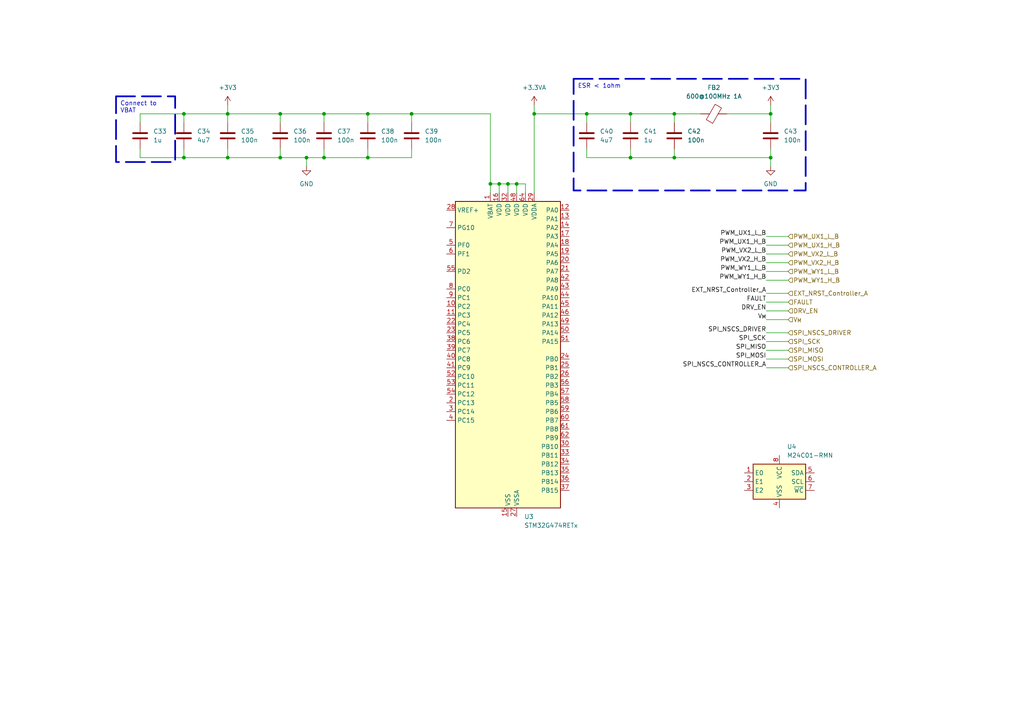
<source format=kicad_sch>
(kicad_sch (version 20231120) (generator "eeschema") (generator_version "8.0")
  (paper "A4")
  (title_block (title "HyperDrive Motor Controller") (rev "Mk. 1") (company "University of Alberta EcoCar Team"))
  (lib_symbols
    (symbol "Device:C" (pin_numbers hide) (pin_names (offset 0.254))
      (property "Reference" "C" (at 0.635 2.54 0))
      (property "Value" "C" (at 0.635 -2.54 0))
      (symbol "C_0_1"
        (polyline (pts (xy -2.032 -0.762) (xy 2.032 -0.762)) (stroke (width 0.508)))
        (polyline (pts (xy -2.032 0.762) (xy 2.032 0.762)) (stroke (width 0.508)))
      )
      (symbol "C_1_1"
        (pin passive line (at 0 3.81 270) (length 2.794) (name "~") (number "1"))
        (pin passive line (at 0 -3.81 90) (length 2.794) (name "~") (number "2"))
      )
    )
    (symbol "Device:FerriteBead" (pin_numbers hide) (pin_names (offset 0))
      (property "Reference" "FB" (at -3.81 0.635 90))
      (property "Value" "FerriteBead" (at 3.81 0 90))
      (symbol "FerriteBead_0_1"
        (polyline (pts (xy 0 -1.27) (xy 0 -1.2192)))
        (polyline (pts (xy 0 1.27) (xy 0 1.2954)))
        (polyline (pts (xy -2.7686 0.4064) (xy -1.7018 2.2606) (xy 2.7686 -0.3048) (xy 1.6764 -2.159) (xy -2.7686 0.4064)))
      )
      (symbol "FerriteBead_1_1"
        (pin passive line (at 0 3.81 270) (length 2.54) (name "~") (number "1"))
        (pin passive line (at 0 -3.81 90) (length 2.54) (name "~") (number "2"))
      )
    )
    (symbol "MCU_ST_STM32G4:STM32G474RETx"
      (property "Reference" "U" (at -15.24 46.99 0))
      (property "Value" "STM32G474RETx" (at 10.16 46.99 0))
      (symbol "STM32G474RETx_0_1"
        (rectangle (start -15.24 -43.18) (end 15.24 45.72) (stroke (width 0.254)) (fill (type background)))
      )
      (symbol "STM32G474RETx_1_1"
        (pin power_in line (at -5.08 48.26 270) (length 2.54) (name "VBAT") (number "1"))
        (pin bidirectional line (at -17.78 15.24 0) (length 2.54) (name "PC2") (number "10"))
        (pin bidirectional line (at -17.78 12.7 0) (length 2.54) (name "PC3") (number "11"))
        (pin bidirectional line (at 17.78 43.18 180) (length 2.54) (name "PA0") (number "12"))
        (pin bidirectional line (at 17.78 40.64 180) (length 2.54) (name "PA1") (number "13"))
        (pin bidirectional line (at 17.78 38.1 180) (length 2.54) (name "PA2") (number "14"))
        (pin power_in line (at 0 -45.72 90) (length 2.54) (name "VSS") (number "15"))
        (pin power_in line (at -2.54 48.26 270) (length 2.54) (name "VDD") (number "16"))
        (pin bidirectional line (at 17.78 35.56 180) (length 2.54) (name "PA3") (number "17"))
        (pin bidirectional line (at 17.78 33.02 180) (length 2.54) (name "PA4") (number "18"))
        (pin bidirectional line (at 17.78 30.48 180) (length 2.54) (name "PA5") (number "19"))
        (pin bidirectional line (at -17.78 -12.7 0) (length 2.54) (name "PC13") (number "2"))
        (pin bidirectional line (at 17.78 27.94 180) (length 2.54) (name "PA6") (number "20"))
        (pin bidirectional line (at 17.78 25.4 180) (length 2.54) (name "PA7") (number "21"))
        (pin bidirectional line (at -17.78 10.16 0) (length 2.54) (name "PC4") (number "22"))
        (pin bidirectional line (at -17.78 7.62 0) (length 2.54) (name "PC5") (number "23"))
        (pin bidirectional line (at 17.78 0 180) (length 2.54) (name "PB0") (number "24"))
        (pin bidirectional line (at 17.78 -2.54 180) (length 2.54) (name "PB1") (number "25"))
        (pin bidirectional line (at 17.78 -5.08 180) (length 2.54) (name "PB2") (number "26"))
        (pin power_in line (at 2.54 -45.72 90) (length 2.54) (name "VSSA") (number "27"))
        (pin input line (at -17.78 43.18 0) (length 2.54) (name "VREF+") (number "28"))
        (pin power_in line (at 7.62 48.26 270) (length 2.54) (name "VDDA") (number "29"))
        (pin bidirectional line (at -17.78 -15.24 0) (length 2.54) (name "PC14") (number "3"))
        (pin bidirectional line (at 17.78 -25.4 180) (length 2.54) (name "PB10") (number "30"))
        (pin passive line (at 0 -45.72 90) (length 2.54) hide (name "VSS") (number "31"))
        (pin power_in line (at 0 48.26 270) (length 2.54) (name "VDD") (number "32"))
        (pin bidirectional line (at 17.78 -27.94 180) (length 2.54) (name "PB11") (number "33"))
        (pin bidirectional line (at 17.78 -30.48 180) (length 2.54) (name "PB12") (number "34"))
        (pin bidirectional line (at 17.78 -33.02 180) (length 2.54) (name "PB13") (number "35"))
        (pin bidirectional line (at 17.78 -35.56 180) (length 2.54) (name "PB14") (number "36"))
        (pin bidirectional line (at 17.78 -38.1 180) (length 2.54) (name "PB15") (number "37"))
        (pin bidirectional line (at -17.78 5.08 0) (length 2.54) (name "PC6") (number "38"))
        (pin bidirectional line (at -17.78 2.54 0) (length 2.54) (name "PC7") (number "39"))
        (pin bidirectional line (at -17.78 -17.78 0) (length 2.54) (name "PC15") (number "4"))
        (pin bidirectional line (at -17.78 0 0) (length 2.54) (name "PC8") (number "40"))
        (pin bidirectional line (at -17.78 -2.54 0) (length 2.54) (name "PC9") (number "41"))
        (pin bidirectional line (at 17.78 22.86 180) (length 2.54) (name "PA8") (number "42"))
        (pin bidirectional line (at 17.78 20.32 180) (length 2.54) (name "PA9") (number "43"))
        (pin bidirectional line (at 17.78 17.78 180) (length 2.54) (name "PA10") (number "44"))
        (pin bidirectional line (at 17.78 15.24 180) (length 2.54) (name "PA11") (number "45"))
        (pin bidirectional line (at 17.78 12.7 180) (length 2.54) (name "PA12") (number "46"))
        (pin passive line (at 0 -45.72 90) (length 2.54) hide (name "VSS") (number "47"))
        (pin power_in line (at 2.54 48.26 270) (length 2.54) (name "VDD") (number "48"))
        (pin bidirectional line (at 17.78 10.16 180) (length 2.54) (name "PA13") (number "49"))
        (pin bidirectional line (at -17.78 33.02 0) (length 2.54) (name "PF0") (number "5"))
        (pin bidirectional line (at 17.78 7.62 180) (length 2.54) (name "PA14") (number "50"))
        (pin bidirectional line (at 17.78 5.08 180) (length 2.54) (name "PA15") (number "51"))
        (pin bidirectional line (at -17.78 -5.08 0) (length 2.54) (name "PC10") (number "52"))
        (pin bidirectional line (at -17.78 -7.62 0) (length 2.54) (name "PC11") (number "53"))
        (pin bidirectional line (at -17.78 -10.16 0) (length 2.54) (name "PC12") (number "54"))
        (pin bidirectional line (at -17.78 25.4 0) (length 2.54) (name "PD2") (number "55"))
        (pin bidirectional line (at 17.78 -7.62 180) (length 2.54) (name "PB3") (number "56"))
        (pin bidirectional line (at 17.78 -10.16 180) (length 2.54) (name "PB4") (number "57"))
        (pin bidirectional line (at 17.78 -12.7 180) (length 2.54) (name "PB5") (number "58"))
        (pin bidirectional line (at 17.78 -15.24 180) (length 2.54) (name "PB6") (number "59"))
        (pin bidirectional line (at -17.78 30.48 0) (length 2.54) (name "PF1") (number "6"))
        (pin bidirectional line (at 17.78 -17.78 180) (length 2.54) (name "PB7") (number "60"))
        (pin bidirectional line (at 17.78 -20.32 180) (length 2.54) (name "PB8") (number "61"))
        (pin bidirectional line (at 17.78 -22.86 180) (length 2.54) (name "PB9") (number "62"))
        (pin passive line (at 0 -45.72 90) (length 2.54) hide (name "VSS") (number "63"))
        (pin power_in line (at 5.08 48.26 270) (length 2.54) (name "VDD") (number "64"))
        (pin bidirectional line (at -17.78 38.1 0) (length 2.54) (name "PG10") (number "7"))
        (pin bidirectional line (at -17.78 20.32 0) (length 2.54) (name "PC0") (number "8"))
        (pin bidirectional line (at -17.78 17.78 0) (length 2.54) (name "PC1") (number "9"))
      )
    )
    (symbol "Memory_EEPROM:M24C01-RMN"
      (property "Reference" "U" (at -6.35 6.35 0))
      (property "Value" "M24C01-RMN" (at 7.62 6.35 0))
      (symbol "M24C01-RMN_0_1"
        (rectangle (start -7.62 5.08) (end 7.62 -5.08) (stroke (width 0.254)) (fill (type background)))
      )
      (symbol "M24C01-RMN_1_1"
        (pin input line (at -10.16 2.54 0) (length 2.54) (name "E0") (number "1"))
        (pin input line (at -10.16 0 0) (length 2.54) (name "E1") (number "2"))
        (pin input line (at -10.16 -2.54 0) (length 2.54) (name "E2") (number "3"))
        (pin power_in line (at 0 -7.62 90) (length 2.54) (name "VSS") (number "4"))
        (pin bidirectional line (at 10.16 2.54 180) (length 2.54) (name "SDA") (number "5"))
        (pin input line (at 10.16 0 180) (length 2.54) (name "SCL") (number "6"))
        (pin input line (at 10.16 -2.54 180) (length 2.54) (name "~{WC}") (number "7"))
        (pin power_in line (at 0 7.62 270) (length 2.54) (name "VCC") (number "8"))
      )
    )
    (symbol "power:+3.3VA" (power) (pin_numbers hide) (pin_names (offset 0) hide)
      (property "Value" "+3.3VA" (at 0 3.556 0))
      (symbol "+3.3VA_0_1"
        (polyline (pts (xy -0.762 1.27) (xy 0 2.54)))
        (polyline (pts (xy 0 0) (xy 0 2.54)))
        (polyline (pts (xy 0 2.54) (xy 0.762 1.27)))
      )
      (symbol "+3.3VA_1_1"
        (pin power_in line (at 0 0 90) (length 0) (name "~") (number "1"))
      )
    )
    (symbol "power:+3V3" (power) (pin_numbers hide) (pin_names (offset 0) hide)
      (property "Value" "+3V3" (at 0 3.556 0))
      (symbol "+3V3_0_1"
        (polyline (pts (xy -0.762 1.27) (xy 0 2.54)))
        (polyline (pts (xy 0 0) (xy 0 2.54)))
        (polyline (pts (xy 0 2.54) (xy 0.762 1.27)))
      )
      (symbol "+3V3_1_1"
        (pin power_in line (at 0 0 90) (length 0) (name "~") (number "1"))
      )
    )
    (symbol "power:GND" (power) (pin_numbers hide) (pin_names (offset 0) hide)
      (property "Value" "GND" (at 0 -3.81 0))
      (symbol "GND_0_1"
        (polyline (pts (xy 0 0) (xy 0 -1.27) (xy 1.27 -1.27) (xy 0 -2.54) (xy -1.27 -1.27) (xy 0 -1.27)))
      )
      (symbol "GND_1_1"
        (pin power_in line (at 0 0 270) (length 0) (name "~") (number "1"))
      )
    )
  )
  (junction (at 106.68 45.72))
  (junction (at 93.98 33.02))
  (junction (at 81.28 45.72))
  (junction (at 147.32 53.34))
  (junction (at 106.68 33.02))
  (junction (at 154.94 33.02))
  (junction (at 66.04 33.02))
  (junction (at 195.58 45.72))
  (junction (at 170.18 33.02))
  (junction (at 53.34 33.02))
  (junction (at 93.98 45.72))
  (junction (at 53.34 45.72))
  (junction (at 142.24 53.34))
  (junction (at 195.58 33.02))
  (junction (at 223.52 33.02))
  (junction (at 144.78 53.34))
  (junction (at 223.52 45.72))
  (junction (at 182.88 33.02))
  (junction (at 66.04 45.72))
  (junction (at 119.38 33.02))
  (junction (at 81.28 33.02))
  (junction (at 149.86 53.34))
  (junction (at 88.9 45.72))
  (junction (at 182.88 45.72))
  (wire (pts (xy 53.34 45.72) (xy 66.04 45.72)))
  (wire (pts (xy 195.58 43.18) (xy 195.58 45.72)))
  (wire (pts (xy 222.25 104.14) (xy 228.6 104.14)))
  (wire (pts (xy 53.34 35.56) (xy 53.34 33.02)))
  (wire (pts (xy 222.25 81.28) (xy 228.6 81.28)))
  (wire (pts (xy 88.9 45.72) (xy 93.98 45.72)))
  (wire (pts (xy 195.58 33.02) (xy 203.2 33.02)))
  (wire (pts (xy 170.18 33.02) (xy 154.94 33.02)))
  (wire (pts (xy 222.25 73.66) (xy 228.6 73.66)))
  (wire (pts (xy 182.88 33.02) (xy 182.88 35.56)))
  (wire (pts (xy 147.32 53.34) (xy 147.32 55.88)))
  (wire (pts (xy 40.64 43.18) (xy 40.64 45.72)))
  (wire (pts (xy 223.52 33.02) (xy 210.82 33.02)))
  (wire (pts (xy 119.38 33.02) (xy 119.38 35.56)))
  (wire (pts (xy 222.25 106.68) (xy 228.6 106.68)))
  (wire (pts (xy 106.68 43.18) (xy 106.68 45.72)))
  (wire (pts (xy 182.88 43.18) (xy 182.88 45.72)))
  (wire (pts (xy 154.94 30.48) (xy 154.94 33.02)))
  (wire (pts (xy 149.86 53.34) (xy 152.4 53.34)))
  (wire (pts (xy 66.04 30.48) (xy 66.04 33.02)))
  (wire (pts (xy 144.78 53.34) (xy 144.78 55.88)))
  (wire (pts (xy 149.86 53.34) (xy 149.86 55.88)))
  (wire (pts (xy 66.04 45.72) (xy 81.28 45.72)))
  (wire (pts (xy 222.25 71.12) (xy 228.6 71.12)))
  (wire (pts (xy 40.64 45.72) (xy 53.34 45.72)))
  (wire (pts (xy 88.9 45.72) (xy 88.9 48.26)))
  (wire (pts (xy 147.32 53.34) (xy 149.86 53.34)))
  (wire (pts (xy 222.25 96.52) (xy 228.6 96.52)))
  (wire (pts (xy 142.24 53.34) (xy 144.78 53.34)))
  (wire (pts (xy 66.04 43.18) (xy 66.04 45.72)))
  (wire (pts (xy 222.25 99.06) (xy 228.6 99.06)))
  (wire (pts (xy 106.68 33.02) (xy 106.68 35.56)))
  (wire (pts (xy 170.18 45.72) (xy 182.88 45.72)))
  (wire (pts (xy 142.24 53.34) (xy 142.24 55.88)))
  (wire (pts (xy 93.98 43.18) (xy 93.98 45.72)))
  (wire (pts (xy 170.18 35.56) (xy 170.18 33.02)))
  (wire (pts (xy 93.98 45.72) (xy 106.68 45.72)))
  (wire (pts (xy 40.64 33.02) (xy 53.34 33.02)))
  (wire (pts (xy 106.68 45.72) (xy 119.38 45.72)))
  (wire (pts (xy 223.52 30.48) (xy 223.52 33.02)))
  (wire (pts (xy 223.52 35.56) (xy 223.52 33.02)))
  (wire (pts (xy 182.88 33.02) (xy 195.58 33.02)))
  (wire (pts (xy 40.64 35.56) (xy 40.64 33.02)))
  (wire (pts (xy 222.25 85.09) (xy 228.6 85.09)))
  (wire (pts (xy 144.78 53.34) (xy 147.32 53.34)))
  (wire (pts (xy 81.28 33.02) (xy 93.98 33.02)))
  (wire (pts (xy 106.68 33.02) (xy 119.38 33.02)))
  (wire (pts (xy 93.98 33.02) (xy 106.68 33.02)))
  (wire (pts (xy 222.25 76.2) (xy 228.6 76.2)))
  (wire (pts (xy 223.52 43.18) (xy 223.52 45.72)))
  (wire (pts (xy 195.58 33.02) (xy 195.58 35.56)))
  (wire (pts (xy 154.94 33.02) (xy 154.94 55.88)))
  (wire (pts (xy 223.52 48.26) (xy 223.52 45.72)))
  (wire (pts (xy 81.28 35.56) (xy 81.28 33.02)))
  (wire (pts (xy 142.24 33.02) (xy 142.24 53.34)))
  (wire (pts (xy 119.38 33.02) (xy 142.24 33.02)))
  (wire (pts (xy 222.25 101.6) (xy 228.6 101.6)))
  (wire (pts (xy 66.04 33.02) (xy 66.04 35.56)))
  (wire (pts (xy 119.38 45.72) (xy 119.38 43.18)))
  (wire (pts (xy 81.28 45.72) (xy 88.9 45.72)))
  (wire (pts (xy 182.88 45.72) (xy 195.58 45.72)))
  (wire (pts (xy 53.34 43.18) (xy 53.34 45.72)))
  (wire (pts (xy 53.34 33.02) (xy 66.04 33.02)))
  (wire (pts (xy 81.28 43.18) (xy 81.28 45.72)))
  (wire (pts (xy 93.98 33.02) (xy 93.98 35.56)))
  (wire (pts (xy 170.18 33.02) (xy 182.88 33.02)))
  (wire (pts (xy 195.58 45.72) (xy 223.52 45.72)))
  (wire (pts (xy 66.04 33.02) (xy 81.28 33.02)))
  (wire (pts (xy 222.25 68.58) (xy 228.6 68.58)))
  (wire (pts (xy 222.25 87.63) (xy 228.6 87.63)))
  (wire (pts (xy 222.25 78.74) (xy 228.6 78.74)))
  (wire (pts (xy 170.18 43.18) (xy 170.18 45.72)))
  (wire (pts (xy 152.4 53.34) (xy 152.4 55.88)))
  (wire (pts (xy 222.25 92.71) (xy 228.6 92.71)))
  (wire (pts (xy 222.25 90.17) (xy 228.6 90.17)))
  (text_box "Connect to VBAT" (at 33.655 27.94 0) (size 17.145 19.05) (stroke (width 0.5) (type dash)) (effects (font (size 1.27 1.27)) (justify left top)))
  (text_box "ESR < 1ohm" (at 166.37 22.86 0) (size 67.31 32.385) (stroke (width 0.5) (type dash)) (effects (font (size 1.27 1.27)) (justify left top)))
  (label "FAULT" (at 222.25 87.63 180))
  (label "EXT_NRST_Controller_A" (at 222.25 85.09 180))
  (label "PWM_VX2_L_B" (at 222.25 73.66 180))
  (label "SPI_NSCS_CONTROLLER_A" (at 222.25 106.68 180))
  (label "SPI_MOSI" (at 222.25 104.14 180))
  (label "PWM_UX1_H_B" (at 222.25 71.12 180))
  (label "SPI_SCK" (at 222.25 99.06 180))
  (label "DRV_EN" (at 222.25 90.17 180))
  (label "SPI_MISO" (at 222.25 101.6 180))
  (label "PWM_VX2_H_B" (at 222.25 76.2 180))
  (label "PWM_WY1_L_B" (at 222.25 78.74 180))
  (label "SPI_NSCS_DRIVER" (at 222.25 96.52 180))
  (label "V_{M}" (at 222.25 92.71 180))
  (label "PWM_WY1_H_B" (at 222.25 81.28 180))
  (label "PWM_UX1_L_B" (at 222.25 68.58 180))
  (hierarchical_label "EXT_NRST_Controller_A" (shape input) (at 228.6 85.09 0))
  (hierarchical_label "PWM_VX2_H_B" (shape input) (at 228.6 76.2 0))
  (hierarchical_label "SPI_NSCS_CONTROLLER_A" (shape input) (at 228.6 106.68 0))
  (hierarchical_label "FAULT" (shape input) (at 228.6 87.63 0))
  (hierarchical_label "DRV_EN" (shape input) (at 228.6 90.17 0))
  (hierarchical_label "PWM_WY1_L_B" (shape input) (at 228.6 78.74 0))
  (hierarchical_label "PWM_UX1_L_B" (shape input) (at 228.6 68.58 0))
  (hierarchical_label "SPI_SCK" (shape input) (at 228.6 99.06 0))
  (hierarchical_label "PWM_VX2_L_B" (shape input) (at 228.6 73.66 0))
  (hierarchical_label "PWM_WY1_H_B" (shape input) (at 228.6 81.28 0))
  (hierarchical_label "SPI_MISO" (shape input) (at 228.6 101.6 0))
  (hierarchical_label "SPI_NSCS_DRIVER" (shape input) (at 228.6 96.52 0))
  (hierarchical_label "V_{M}" (shape input) (at 228.6 92.71 0))
  (hierarchical_label "SPI_MOSI" (shape input) (at 228.6 104.14 0))
  (hierarchical_label "PWM_UX1_H_B" (shape input) (at 228.6 71.12 0))
  (symbol (lib_id "power:GND") (at 223.52 48.26 0) (unit 1)
    (property "Reference" "#PWR052" (effects (hide yes)))
    (property "Value" "GND" (at 223.52 53.34 0))
    (property "Description" "Power symbol creates a global label with name \"GND\" , ground" (effects (hide yes)))
  )
  (symbol (lib_id "Device:C") (at 66.04 39.37 0) (unit 1)
    (property "Reference" "C35" (at 69.85 38.0999 0) (effects (justify left)))
    (property "Value" "100n" (at 69.85 40.6399 0) (effects (justify left)))
    (property "Description" "Unpolarized capacitor" (effects (hide yes)))
  )
  (symbol (lib_id "Device:C") (at 223.52 39.37 0) (unit 1)
    (property "Reference" "C43" (at 227.33 38.0999 0) (effects (justify left)))
    (property "Value" "100n" (at 227.33 40.6399 0) (effects (justify left)))
    (property "Description" "Unpolarized capacitor" (effects (hide yes)))
  )
  (symbol (lib_id "Device:C") (at 81.28 39.37 0) (unit 1)
    (property "Reference" "C36" (at 85.09 38.0999 0) (effects (justify left)))
    (property "Value" "100n" (at 85.09 40.6399 0) (effects (justify left)))
    (property "Description" "Unpolarized capacitor" (effects (hide yes)))
  )
  (symbol (lib_id "Device:C") (at 40.64 39.37 0) (unit 1)
    (property "Reference" "C33" (at 44.45 38.0999 0) (effects (justify left)))
    (property "Value" "1u" (at 44.45 40.6399 0) (effects (justify left)))
    (property "Description" "Unpolarized capacitor" (effects (hide yes)))
  )
  (symbol (lib_id "power:GND") (at 88.9 48.26 0) (unit 1)
    (property "Reference" "#PWR049" (effects (hide yes)))
    (property "Value" "GND" (at 88.9 53.34 0))
    (property "Description" "Power symbol creates a global label with name \"GND\" , ground" (effects (hide yes)))
  )
  (symbol (lib_id "Device:C") (at 106.68 39.37 0) (unit 1)
    (property "Reference" "C38" (at 110.49 38.0999 0) (effects (justify left)))
    (property "Value" "100n" (at 110.49 40.6399 0) (effects (justify left)))
    (property "Description" "Unpolarized capacitor" (effects (hide yes)))
  )
  (symbol (lib_id "Device:C") (at 195.58 39.37 0) (unit 1)
    (property "Reference" "C42" (at 199.39 38.0999 0) (effects (justify left)))
    (property "Value" "100n" (at 199.39 40.6399 0) (effects (justify left)))
    (property "Description" "Unpolarized capacitor" (effects (hide yes)))
  )
  (symbol (lib_id "Device:C") (at 182.88 39.37 0) (unit 1)
    (property "Reference" "C41" (at 186.69 38.0999 0) (effects (justify left)))
    (property "Value" "1u" (at 186.69 40.6399 0) (effects (justify left)))
    (property "Description" "Unpolarized capacitor" (effects (hide yes)))
  )
  (symbol (lib_id "Device:C") (at 119.38 39.37 0) (unit 1)
    (property "Reference" "C39" (at 123.19 38.0999 0) (effects (justify left)))
    (property "Value" "100n" (at 123.19 40.6399 0) (effects (justify left)))
    (property "Description" "Unpolarized capacitor" (effects (hide yes)))
  )
  (symbol (lib_id "Device:C") (at 93.98 39.37 0) (unit 1)
    (property "Reference" "C37" (at 97.79 38.0999 0) (effects (justify left)))
    (property "Value" "100n" (at 97.79 40.6399 0) (effects (justify left)))
    (property "Description" "Unpolarized capacitor" (effects (hide yes)))
  )
  (symbol (lib_id "Device:C") (at 53.34 39.37 0) (unit 1)
    (property "Reference" "C34" (at 57.15 38.0999 0) (effects (justify left)))
    (property "Value" "4u7" (at 57.15 40.6399 0) (effects (justify left)))
    (property "Description" "Unpolarized capacitor" (effects (hide yes)))
  )
  (symbol (lib_id "power:+3.3VA") (at 154.94 30.48 0) (unit 1)
    (property "Reference" "#PWR050" (effects (hide yes)))
    (property "Value" "+3.3VA" (at 154.94 25.4 0))
    (property "Description" "Power symbol creates a global label with name \"+3.3VA\"" (effects (hide yes)))
  )
  (symbol (lib_id "MCU_ST_STM32G4:STM32G474RETx") (at 147.32 104.14 0) (unit 1)
    (property "Reference" "U3" (at 152.0541 149.86 0) (effects (justify left)))
    (property "Value" "STM32G474RETx" (at 152.0541 152.4 0) (effects (justify left)))
    (property "Footprint" "Package_QFP:LQFP-64_10x10mm_P0.5mm" (effects (hide yes)))
    (property "Datasheet" "https://www.st.com/resource/en/datasheet/stm32g474re.pdf" (effects (hide yes)))
    (property "Description" "STMicroelectronics Arm Cortex-M4 MCU, 512KB flash, 128KB RAM, 170 MHz, 1.71-3.6V, 52 GPIO, LQFP64" (effects (hide yes)))
  )
  (symbol (lib_id "Memory_EEPROM:M24C01-RMN") (at 226.06 139.7 0) (unit 1)
    (property "Reference" "U4" (at 228.2541 129.54 0) (effects (justify left)))
    (property "Value" "M24C01-RMN" (at 228.2541 132.08 0) (effects (justify left)))
    (property "Footprint" "Package_SO:SOIC-8_3.9x4.9mm_P1.27mm" (effects (hide yes)))
    (property "Datasheet" "http://www.st.com/content/ccc/resource/technical/document/datasheet/b0/d8/50/40/5a/85/49/6f/DM00071904.pdf/files/DM00071904.pdf/jcr:content/translations/en.DM00071904.pdf" (effects (hide yes)))
    (property "Description" "1Kb (128x8) I2C Serial EEPROM, 1.8-5.5V, SOIC-8" (effects (hide yes)))
  )
  (symbol (lib_id "Device:C") (at 170.18 39.37 0) (unit 1)
    (property "Reference" "C40" (at 173.99 38.0999 0) (effects (justify left)))
    (property "Value" "4u7" (at 173.99 40.6399 0) (effects (justify left)))
    (property "Description" "Unpolarized capacitor" (effects (hide yes)))
  )
  (symbol (lib_id "power:+3V3") (at 66.04 30.48 0) (unit 1)
    (property "Reference" "#PWR048" (effects (hide yes)))
    (property "Value" "+3V3" (at 66.04 25.4 0))
    (property "Description" "Power symbol creates a global label with name \"+3V3\"" (effects (hide yes)))
  )
  (symbol (lib_id "Device:FerriteBead") (at 207.01 33.02 270) (unit 1)
    (property "Reference" "FB2" (at 207.0608 25.4 90))
    (property "Value" "600@100MHz 1A" (at 207.0608 27.94 90))
    (property "Description" "Ferrite bead" (effects (hide yes)))
  )
  (symbol (lib_id "power:+3V3") (at 223.52 30.48 0) (unit 1)
    (property "Reference" "#PWR051" (effects (hide yes)))
    (property "Value" "+3V3" (at 223.52 25.4 0))
    (property "Description" "Power symbol creates a global label with name \"+3V3\"" (effects (hide yes)))
  )
)
</source>
